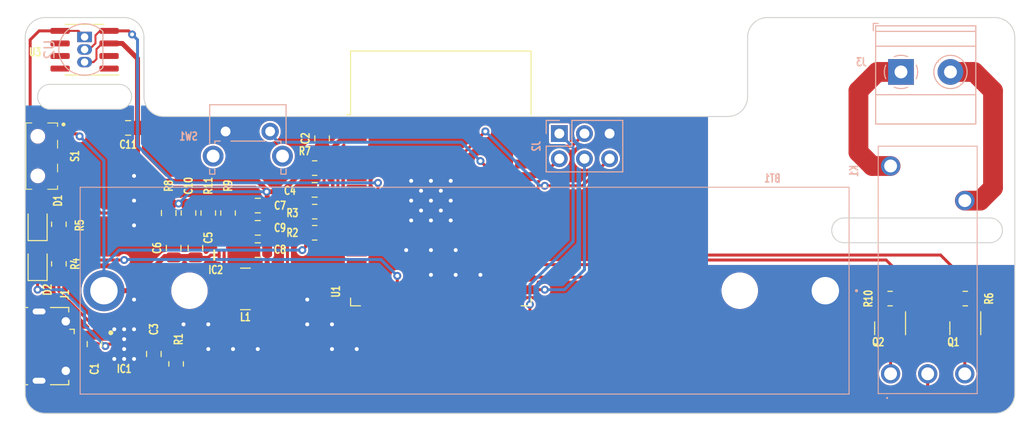
<source format=kicad_pcb>
(kicad_pcb (version 20221018) (generator pcbnew)
  (layers (0 "F.Cu" signal) (31 "B.Cu" signal) (34 "B.Paste" user) (35 "F.Paste" user) (36 "B.SilkS" user "B.Silkscreen") (37 "F.SilkS" user "F.Silkscreen") (38 "B.Mask" user) (39 "F.Mask" user) (44 "Edge.Cuts" user))
  (net 0 "")
  (net 1 "GND")
  (net 2 "+3V3")
  (net 3 "+BATT")
  (net 4 "/esp_en")
  (net 5 "Net-(IC2-FB)")
  (net 6 "Net-(D1-A)")
  (net 7 "/batt_status")
  (net 8 "Net-(IC1-IPRGM)")
  (net 9 "Net-(IC2-SW)")
  (net 10 "/rx")
  (net 11 "/tx")
  (net 12 "/boot")
  (net 16 "Net-(J3-Pin_1)")
  (net 17 "Net-(J3-Pin_2)")
  (net 18 "Net-(K1-COIL-_1)")
  (net 19 "Net-(K1-COIL-_2)")
  (net 20 "Net-(U1-IO13)")
  (net 34 "/tempsens")
  (net 39 "/relay_2")
  (net 40 "/relay_1")
  (net 52 "+5V")
  (net 53 "Net-(D2-K)")
  (net 54 "Net-(D2-A)")
  (net 56 "/pw_en")
  (net 60 "Net-(SW1-A)")
  (footprint "Resistor_SMD:R_0805_2012Metric" (layer "F.Cu") (at 164 107.4)
    (fp_text reference "R6" (at 2.4 0 90) (layer "F.SilkS") (effects (font (size 0.8 0.6))))
    (fp_text value "10k")
    (pad "1" smd roundrect (at -0.9125 0) (size 1.025 1.4) (layers "F.Cu" "F.Paste" "F.Mask") (roundrect_rratio 0.243902439) (net 1 "GND"))
    (pad "2" smd roundrect (at 0.9125 0) (size 1.025 1.4) (layers "F.Cu" "F.Paste" "F.Mask") (roundrect_rratio 0.243902439) (net 39 "/relay_2"))
  )
  (footprint "Capacitor_SMD:C_0805_2012Metric" (layer "F.Cu") (at 82 113 -90)
    (fp_text reference "C3" (at -2.5 0 -90) (layer "F.SilkS") (effects (font (size 0.8 0.6))))
    (fp_text value "10u")
    (pad "1" smd roundrect (at -0.95 0 270) (size 1 1.45) (layers "F.Cu" "F.Paste" "F.Mask") (net 3 "+BATT"))
    (pad "2" smd roundrect (at 0.95 0 270) (size 1 1.45) (layers "F.Cu" "F.Paste" "F.Mask") (net 1 "GND"))
  )
  (footprint "SamacSys_Parts:JS102000SAQN" (layer "F.Cu") (at 72.75 93 -90)
    (fp_text reference "S1" (at 0 -1.27 90) (layer "F.SilkS") (effects (font (size 0.8 0.6))))
    (fp_text value "JS102000SAQN" hide)
    (pad "" np_thru_hole circle (at -2 2.48 270) (size 1 1) (drill 1) (layers "*.Cu" "*.Mask"))
    (pad "" np_thru_hole circle (at 2 2.48 270) (size 1 1) (drill 1) (layers "*.Cu" "*.Mask"))
    (pad "1" smd rect (at -2.25 0.4) (size 0.8 0.8) (layers "F.Cu" "F.Paste" "F.Mask") (net 3 "+BATT"))
    (pad "2" smd rect (at 0 0.4) (size 0.8 0.8) (layers "F.Cu" "F.Paste" "F.Mask") (net 56 "/pw_en"))
    (pad "3" smd rect (at 2.25 0.4) (size 0.8 0.8) (layers "F.Cu" "F.Paste" "F.Mask"))
    (pad "MP1" smd rect (at -3.75 2.3) (size 1 1) (layers "F.Cu" "F.Paste" "F.Mask"))
    (pad "MP2" smd rect (at 3.75 2.3) (size 1 1) (layers "F.Cu" "F.Paste" "F.Mask"))
  )
  (footprint "Package_SO:SOIC-8_3.9x4.9mm_P1.27mm" (layer "F.Cu") (at 75 82.25 180)
    (fp_text reference "U3" (at 5 -0.25) (layer "F.SilkS") (effects (font (size 0.8 0.6))))
    (fp_text value "DS18B20Z")
    (pad "1" smd roundrect (at -2.475 -1.905 180) (size 1.95 0.6) (layers "F.Cu" "F.Paste" "F.Mask"))
    (pad "2" smd roundrect (at -2.475 -0.635 180) (size 1.95 0.6) (layers "F.Cu" "F.Paste" "F.Mask"))
    (pad "3" smd roundrect (at -2.475 0.635 180) (size 1.95 0.6) (layers "F.Cu" "F.Paste" "F.Mask") (net 2 "+3V3"))
    (pad "4" smd roundrect (at -2.475 1.905 180) (size 1.95 0.6) (layers "F.Cu" "F.Paste" "F.Mask") (net 34 "/tempsens"))
    (pad "5" smd roundrect (at 2.475 1.905 180) (size 1.95 0.6) (layers "F.Cu" "F.Paste" "F.Mask") (net 1 "GND"))
    (pad "6" smd roundrect (at 2.475 0.635 180) (size 1.95 0.6) (layers "F.Cu" "F.Paste" "F.Mask"))
    (pad "7" smd roundrect (at 2.475 -0.635 180) (size 1.95 0.6) (layers "F.Cu" "F.Paste" "F.Mask"))
    (pad "8" smd roundrect (at 2.475 -1.905 180) (size 1.95 0.6) (layers "F.Cu" "F.Paste" "F.Mask"))
  )
  (footprint "Resistor_SMD:R_0805_2012Metric" (layer "F.Cu") (at 87.5 98.75 -90)
    (fp_text reference "R9" (at -2.75 -2 -90) (layer "F.SilkS") (effects (font (size 0.8 0.6))))
    (fp_text value "30k")
    (pad "1" smd roundrect (at -0.9125 0 270) (size 1.025 1.4) (layers "F.Cu" "F.Paste" "F.Mask") (roundrect_rratio 0.243902439) (net 1 "GND"))
    (pad "2" smd roundrect (at 0.9125 0 270) (size 1.025 1.4) (layers "F.Cu" "F.Paste" "F.Mask") (roundrect_rratio 0.243902439) (net 5 "Net-(IC2-FB)"))
  )
  (footprint "Inductor_SMD:L_Wuerth_MAPI-4020" (layer "F.Cu") (at 91.25 106.42 180)
    (fp_text reference "L1" (at 0 -2.85) (layer "F.SilkS") (effects (font (size 0.8 0.6))))
    (fp_text value "1.5u")
    (pad "1" smd rect (at -1.185 0 180) (size 0.98 3.7) (layers "F.Cu" "F.Paste" "F.Mask") (net 2 "+3V3"))
    (pad "2" smd rect (at 1.185 0 180) (size 0.98 3.7) (layers "F.Cu" "F.Paste" "F.Mask") (net 9 "Net-(IC2-SW)"))
  )
  (footprint "Resistor_SMD:R_0805_2012Metric" (layer "F.Cu") (at 98.25 94.2125 180)
    (fp_text reference "R7" (at 1 1.7125) (layer "F.SilkS") (effects (font (size 0.8 0.6))))
    (fp_text value "10k")
    (pad "1" smd roundrect (at -0.9125 0 180) (size 1.025 1.4) (layers "F.Cu" "F.Paste" "F.Mask") (roundrect_rratio 0.243902439) (net 4 "/esp_en"))
    (pad "2" smd roundrect (at 0.9125 0 180) (size 1.025 1.4) (layers "F.Cu" "F.Paste" "F.Mask") (roundrect_rratio 0.243902439) (net 2 "+3V3"))
  )
  (footprint "Resistor_SMD:R_0805_2012Metric" (layer "F.Cu") (at 98.25 100.75 180)
    (fp_text reference "R2" (at 2.25 0) (layer "F.SilkS") (effects (font (size 0.8 0.6))))
    (fp_text value "10k")
    (pad "1" smd roundrect (at -0.9125 0 180) (size 1.025 1.4) (layers "F.Cu" "F.Paste" "F.Mask") (roundrect_rratio 0.243902439) (net 7 "/batt_status"))
    (pad "2" smd roundrect (at 0.9125 0 180) (size 1.025 1.4) (layers "F.Cu" "F.Paste" "F.Mask") (roundrect_rratio 0.243902439) (net 3 "+BATT"))
  )
  (footprint "Capacitor_SMD:C_0805_2012Metric" (layer "F.Cu") (at 98.25 96.4125 180)
    (fp_text reference "C4" (at 2.5 -0.0875 180) (layer "F.SilkS") (effects (font (size 0.8 0.6))))
    (fp_text value "100n")
    (pad "1" smd roundrect (at -0.95 0 180) (size 1 1.45) (layers "F.Cu" "F.Paste" "F.Mask") (net 4 "/esp_en"))
    (pad "2" smd roundrect (at 0.95 0 180) (size 1 1.45) (layers "F.Cu" "F.Paste" "F.Mask") (net 1 "GND"))
  )
  (footprint "Resistor_SMD:R_0805_2012Metric" (layer "F.Cu") (at 85.5 98.75 90)
    (fp_text reference "R8" (at 2.75 -2 90) (layer "F.SilkS") (effects (font (size 0.8 0.6))))
    (fp_text value "120k")
    (pad "1" smd roundrect (at -0.9125 0 90) (size 1.025 1.4) (layers "F.Cu" "F.Paste" "F.Mask") (roundrect_rratio 0.243902439) (net 5 "Net-(IC2-FB)"))
    (pad "2" smd roundrect (at 0.9125 0 90) (size 1.025 1.4) (layers "F.Cu" "F.Paste" "F.Mask") (roundrect_rratio 0.243902439) (net 2 "+3V3"))
  )
  (footprint "Capacitor_SMD:C_0805_2012Metric" (layer "F.Cu") (at 86.2 102.2825 90)
    (fp_text reference "C5" (at 1.0325 1.3 90) (layer "F.SilkS") (effects (font (size 0.8 0.6))))
    (fp_text value "47u")
    (pad "1" smd roundrect (at -0.95 0 90) (size 1 1.45) (layers "F.Cu" "F.Paste" "F.Mask") (net 3 "+BATT"))
    (pad "2" smd roundrect (at 0.95 0 90) (size 1 1.45) (layers "F.Cu" "F.Paste" "F.Mask") (net 1 "GND"))
  )
  (footprint "SamacSys_Parts:SOT50P160X60-6N" (layer "F.Cu") (at 89.1 102.25 90)
    (fp_text reference "IC2" (at -2.25 -0.85 180) (layer "F.SilkS") (effects (font (size 0.8 0.6))))
    (fp_text value "TPS564247DRLR" hide)
    (pad "1" smd rect (at -0.75 -0.5 180) (size 0.3 0.95) (layers "F.Cu" "F.Paste" "F.Mask") (net 3 "+BATT"))
    (pad "2" smd rect (at -0.75 0 180) (size 0.3 0.95) (layers "F.Cu" "F.Paste" "F.Mask") (net 9 "Net-(IC2-SW)"))
    (pad "3" smd rect (at -0.75 0.5 180) (size 0.3 0.95) (layers "F.Cu" "F.Paste" "F.Mask") (net 1 "GND"))
    (pad "4" smd rect (at 0.75 0.5 180) (size 0.3 0.95) (layers "F.Cu" "F.Paste" "F.Mask") (net 1 "GND"))
    (pad "5" smd rect (at 0.75 0 180) (size 0.3 0.95) (layers "F.Cu" "F.Paste" "F.Mask") (net 56 "/pw_en"))
    (pad "6" smd rect (at 0.75 -0.5 180) (size 0.3 0.95) (layers "F.Cu" "F.Paste" "F.Mask") (net 5 "Net-(IC2-FB)"))
  )
  (footprint "Package_TO_SOT_SMD:SOT-23" (layer "F.Cu") (at 164 110.4 -90)
    (fp_text reference "Q1" (at 1.4 1.2) (layer "F.SilkS") (effects (font (size 0.8 0.6))))
    (fp_text value "2N7002")
    (pad "1" smd roundrect (at -0.9375 -0.95 270) (size 1.475 0.6) (layers "F.Cu" "F.Paste" "F.Mask") (net 39 "/relay_2"))
    (pad "2" smd roundrect (at -0.9375 0.95 270) (size 1.475 0.6) (layers "F.Cu" "F.Paste" "F.Mask") (net 1 "GND"))
    (pad "3" smd roundrect (at 0.9375 0 270) (size 1.475 0.6) (layers "F.Cu" "F.Paste" "F.Mask") (net 19 "Net-(K1-COIL-_2)"))
  )
  (footprint "Connector_USB:USB_Micro-B_Molex-105017-0001" (layer "F.Cu") (at 71.6375 112.2 -90)
    (fp_text reference "J1" (at -5.2 -1.3625 -270) (layer "F.SilkS") (effects (font (size 0.8 0.6))))
    (fp_text value "USB_B_Micro")
    (pad "1" smd rect (at -1.3 -1.4625 270) (size 0.4 1.35) (layers "F.Cu" "F.Paste" "F.Mask") (net 52 "+5V"))
    (pad "2" smd rect (at -0.65 -1.4625 270) (size 0.4 1.35) (layers "F.Cu" "F.Paste" "F.Mask"))
    (pad "3" smd rect (at 0 -1.4625 270) (size 0.4 1.35) (layers "F.Cu" "F.Paste" "F.Mask"))
    (pad "4" smd rect (at 0.65 -1.4625 270) (size 0.4 1.35) (layers "F.Cu" "F.Paste" "F.Mask"))
    (pad "5" smd rect (at 1.3 -1.4625 270) (size 0.4 1.35) (layers "F.Cu" "F.Paste" "F.Mask") (net 1 "GND"))
    (pad "6" thru_hole oval (at -3.5 1.2375 90) (size 1.2 1.9) (drill oval 0.6 1.3) (layers "*.Cu" "*.Mask") (net 1 "GND"))
    (pad "6" smd rect (at -2.9 1.2375 270) (size 1.2 1.9) (layers "F.Cu" "F.Mask") (net 1 "GND"))
    (pad "6" thru_hole circle (at -2.5 -1.4625 270) (size 1.45 1.45) (drill 0.85) (layers "*.Cu" "*.Mask") (net 1 "GND"))
    (pad "6" smd rect (at -1 1.2375 270) (size 1.5 1.9) (layers "F.Cu" "F.Paste" "F.Mask") (net 1 "GND"))
    (pad "6" smd rect (at 1 1.2375 270) (size 1.5 1.9) (layers "F.Cu" "F.Paste" "F.Mask") (net 1 "GND"))
    (pad "6" thru_hole circle (at 2.5 -1.4625 270) (size 1.45 1.45) (drill 0.85) (layers "*.Cu" "*.Mask") (net 1 "GND"))
    (pad "6" smd rect (at 2.9 1.2375 270) (size 1.2 1.9) (layers "F.Cu" "F.Mask") (net 1 "GND"))
    (pad "6" thru_hole oval (at 3.5 1.2375 270) (size 1.2 1.9) (drill oval 0.6 1.3) (layers "*.Cu" "*.Mask") (net 1 "GND"))
  )
  (footprint "Package_TO_SOT_SMD:SOT-23" (layer "F.Cu") (at 156.4 110.4 -90)
    (fp_text reference "Q2" (at 1.4 1.2) (layer "F.SilkS") (effects (font (size 0.8 0.6))))
    (fp_text value "2N7002")
    (pad "1" smd roundrect (at -0.9375 -0.95 270) (size 1.475 0.6) (layers "F.Cu" "F.Paste" "F.Mask") (net 40 "/relay_1"))
    (pad "2" smd roundrect (at -0.9375 0.95 270) (size 1.475 0.6) (layers "F.Cu" "F.Paste" "F.Mask") (net 1 "GND"))
    (pad "3" smd roundrect (at 0.9375 0 270) (size 1.475 0.6) (layers "F.Cu" "F.Paste" "F.Mask") (net 18 "Net-(K1-COIL-_1)"))
  )
  (footprint "Capacitor_SMD:C_0805_2012Metric" (layer "F.Cu") (at 84 102.2825 90)
    (fp_text reference "C6" (at 0 -1.68 90) (layer "F.SilkS") (effects (font (size 0.8 0.6))))
    (fp_text value "100n")
    (pad "1" smd roundrect (at -0.95 0 90) (size 1 1.45) (layers "F.Cu" "F.Paste" "F.Mask") (net 3 "+BATT"))
    (pad "2" smd roundrect (at 0.95 0 90) (size 1 1.45) (layers "F.Cu" "F.Paste" "F.Mask") (net 1 "GND"))
  )
  (footprint "RF_Module:ESP32-WROOM-32" (layer "F.Cu") (at 111 98.25)
    (fp_text reference "U1" (at -10.61 8.43 90) (layer "F.SilkS") (effects (font (size 0.8 0.6))))
    (fp_text value "ESP32-WROOM-32")
    (pad "1" smd rect (at -8.5 -8.255) (size 2 0.9) (layers "F.Cu" "F.Paste" "F.Mask") (net 1 "GND"))
    (pad "2" smd rect (at -8.5 -6.985) (size 2 0.9) (layers "F.Cu" "F.Paste" "F.Mask") (net 2 "+3V3"))
    (pad "3" smd rect (at -8.5 -5.715) (size 2 0.9) (layers "F.Cu" "F.Paste" "F.Mask") (net 4 "/esp_en"))
    (pad "4" smd rect (at -8.5 -4.445) (size 2 0.9) (layers "F.Cu" "F.Paste" "F.Mask") (net 7 "/batt_status"))
    (pad "5" smd rect (at -8.5 -3.175) (size 2 0.9) (layers "F.Cu" "F.Paste" "F.Mask"))
    (pad "6" smd rect (at -8.5 -1.905) (size 2 0.9) (layers "F.Cu" "F.Paste" "F.Mask"))
    (pad "7" smd rect (at -8.5 -0.635) (size 2 0.9) (layers "F.Cu" "F.Paste" "F.Mask"))
    (pad "8" smd rect (at -8.5 0.635) (size 2 0.9) (layers "F.Cu" "F.Paste" "F.Mask"))
    (pad "9" smd rect (at -8.5 1.905) (size 2 0.9) (layers "F.Cu" "F.Paste" "F.Mask") (net 34 "/tempsens"))
    (pad "10" smd rect (at -8.5 3.175) (size 2 0.9) (layers "F.Cu" "F.Paste" "F.Mask"))
    (pad "11" smd rect (at -8.5 4.445) (size 2 0.9) (layers "F.Cu" "F.Paste" "F.Mask"))
    (pad "12" smd rect (at -8.5 5.715) (size 2 0.9) (layers "F.Cu" "F.Paste" "F.Mask"))
    (pad "13" smd rect (at -8.5 6.985) (size 2 0.9) (layers "F.Cu" "F.Paste" "F.Mask"))
    (pad "14" smd rect (at -8.5 8.255) (size 2 0.9) (layers "F.Cu" "F.Paste" "F.Mask"))
    (pad "15" smd rect (at -5.715 9.255 90) (size 2 0.9) (layers "F.Cu" "F.Paste" "F.Mask") (net 1 "GND"))
    (pad "16" smd rect (at -4.445 9.255 90) (size 2 0.9) (layers "F.Cu" "F.Paste" "F.Mask") (net 20 "Net-(U1-IO13)"))
    (pad "17" smd rect (at -3.175 9.255 90) (size 2 0.9) (layers "F.Cu" "F.Paste" "F.Mask"))
    (pad "18" smd rect (at -1.905 9.255 90) (size 2 0.9) (layers "F.Cu" "F.Paste" "F.Mask"))
    (pad "19" smd rect (at -0.635 9.255 90) (size 2 0.9) (layers "F.Cu" "F.Paste" "F.Mask"))
    (pad "20" smd rect (at 0.635 9.255 90) (size 2 0.9) (layers "F.Cu" "F.Paste" "F.Mask"))
    (pad "21" smd rect (at 1.905 9.255 90) (size 2 0.9) (layers "F.Cu" "F.Paste" "F.Mask"))
    (pad "22" smd rect (at 3.175 9.255 90) (size 2 0.9) (layers "F.Cu" "F.Paste" "F.Mask"))
    (pad "23" smd rect (at 4.445 9.255 90) (size 2 0.9) (layers "F.Cu" "F.Paste" "F.Mask"))
    (pad "24" smd rect (at 5.715 9.255 90) (size 2 0.9) (layers "F.Cu" "F.Paste" "F.Mask"))
    (pad "25" smd rect (at 8.5 8.255) (size 2 0.9) (layers "F.Cu" "F.Paste" "F.Mask") (net 12 "/boot"))
    (pad "26" smd rect (at 8.5 6.985) (size 2 0.9) (layers "F.Cu" "F.Paste" "F.Mask") (net 40 "/relay_1"))
    (pad "27" smd rect (at 8.5 5.715) (size 2 0.9) (layers "F.Cu" "F.Paste" "F.Mask") (net 39 "/relay_2"))
    (pad "28" smd rect (at 8.5 4.445) (size 2 0.9) (layers "F.Cu" "F.Paste" "F.Mask") (net 60 "Net-(SW1-A)"))
    (pad "29" smd rect (at 8.5 3.175) (size 2 0.9) (layers "F.Cu" "F.Paste" "F.Mask"))
    (pad "30" smd rect (at 8.5 1.905) (size 2 0.9) (layers "F.Cu" "F.Paste" "F.Mask"))
    (pad "31" smd rect (at 8.5 0.635) (size 2 0.9) (layers "F.Cu" "F.Paste" "F.Mask"))
    (pad "32" smd rect (at 8.5 -0.635) (size 2 0.9) (layers "F.Cu" "F.Paste" "F.Mask"))
    (pad "33" smd rect (at 8.5 -1.905) (size 2 0.9) (layers "F.Cu" "F.Paste" "F.Mask"))
    (pad "34" smd rect (at 8.5 -3.175) (size 2 0.9) (layers "F.Cu" "F.Paste" "F.Mask") (net 10 "/rx"))
    (pad "35" smd rect (at 8.5 -4.445) (size 2 0.9) (layers "F.Cu" "F.Paste" "F.Mask") (net 11 "/tx"))
    (pad "36" smd rect (at 8.5 -5.715) (size 2 0.9) (layers "F.Cu" "F.Paste" "F.Mask"))
    (pad "37" smd rect (at 8.5 -6.985) (size 2 0.9) (layers "F.Cu" "F.Paste" "F.Mask"))
    (pad "38" smd rect (at 8.5 -8.255) (size 2 0.9) (layers "F.Cu" "F.Paste" "F.Mask") (net 1 "GND"))
    (pad "39" smd rect (at -1 -0.755) (size 5 5) (layers "F.Cu" "F.Paste" "F.Mask") (net 1 "GND"))
  )
  (footprint "Capacitor_SMD:C_0805_2012Metric" (layer "F.Cu") (at 99 91.2125 90)
    (fp_text reference "C2" (at 0 -1.68 90) (layer "F.SilkS") (effects (font (size 0.8 0.6))))
    (fp_text value "10u")
    (pad "1" smd roundrect (at -0.95 0 90) (size 1 1.45) (layers "F.Cu" "F.Paste" "F.Mask") (net 2 "+3V3"))
    (pad "2" smd roundrect (at 0.95 0 90) (size 1 1.45) (layers "F.Cu" "F.Paste" "F.Mask") (net 1 "GND"))
  )
  (footprint "Resistor_SMD:R_0805_2012Metric" (layer "F.Cu") (at 156.4 107.4)
    (fp_text reference "R10" (at -2.2 0 90) (layer "F.SilkS") (effects (font (size 0.8 0.6))))
    (fp_text value "10k")
    (pad "1" smd roundrect (at -0.9125 0) (size 1.025 1.4) (layers "F.Cu" "F.Paste" "F.Mask") (roundrect_rratio 0.243902439) (net 1 "GND"))
    (pad "2" smd roundrect (at 0.9125 0) (size 1.025 1.4) (layers "F.Cu" "F.Paste" "F.Mask") (roundrect_rratio 0.243902439) (net 40 "/relay_1"))
  )
  (footprint "Capacitor_SMD:C_0805_2012Metric" (layer "F.Cu") (at 83.5 98.75 -90)
    (fp_text reference "C10" (at -2.75 -2 -90) (layer "F.SilkS") (effects (font (size 0.8 0.6))))
    (fp_text value "56p")
    (pad "1" smd roundrect (at -0.95 0 270) (size 1 1.45) (layers "F.Cu" "F.Paste" "F.Mask") (net 2 "+3V3"))
    (pad "2" smd roundrect (at 0.95 0 270) (size 1 1.45) (layers "F.Cu" "F.Paste" "F.Mask") (net 5 "Net-(IC2-FB)"))
  )
  (footprint "SamacSys_Parts:SON50P200X200X60-7N-D" (layer "F.Cu") (at 79 112)
    (fp_text reference "IC1" (at 0 2.5 180) (layer "F.SilkS") (effects (font (size 0.8 0.6))))
    (fp_text value "SC810ULTRT" hide)
    (pad "1" smd rect (at -1 -0.5 90) (size 0.3 0.7) (layers "F.Cu" "F.Paste" "F.Mask") (net 52 "+5V"))
    (pad "2" smd rect (at -1 0 90) (size 0.3 0.7) (layers "F.Cu" "F.Paste" "F.Mask") (net 53 "Net-(D2-K)"))
    (pad "3" smd rect (at -1 0.5 90) (size 0.3 0.7) (layers "F.Cu" "F.Paste" "F.Mask") (net 1 "GND"))
    (pad "4" smd rect (at 1 0.5 90) (size 0.3 0.7) (layers "F.Cu" "F.Paste" "F.Mask") (net 8 "Net-(IC1-IPRGM)"))
    (pad "5" smd rect (at 1 0 90) (size 0.3 0.7) (layers "F.Cu" "F.Paste" "F.Mask") (net 3 "+BATT"))
    (pad "6" smd rect (at 1 -0.5 90) (size 0.3 0.7) (layers "F.Cu" "F.Paste" "F.Mask") (net 1 "GND"))
    (pad "7" smd rect (at 0 0) (size 0.9 1.8) (layers "F.Cu" "F.Paste" "F.Mask") (net 1 "GND"))
  )
  (footprint "Capacitor_SMD:C_0805_2012Metric" (layer "F.Cu") (at 76 112 -90)
    (fp_text reference "C1" (at 2.5 0 -90) (layer "F.SilkS") (effects (font (size 0.8 0.6))))
    (fp_text value "10u")
    (pad "1" smd roundrect (at -0.95 0 270) (size 1 1.45) (layers "F.Cu" "F.Paste" "F.Mask") (net 52 "+5V"))
    (pad "2" smd roundrect (at 0.95 0 270) (size 1 1.45) (layers "F.Cu" "F.Paste" "F.Mask") (net 1 "GND"))
  )
  (footprint "Capacitor_SMD:C_0805_2012Metric" (layer "F.Cu") (at 79.4 90.15 180)
    (fp_text reference "C11" (at 0 -1.68) (layer "F.SilkS") (effects (font (size 0.8 0.6))))
    (fp_text value "10u")
    (pad "1" smd roundrect (at -0.95 0 180) (size 1 1.45) (layers "F.Cu" "F.Paste" "F.Mask") (net 2 "+3V3"))
    (pad "2" smd roundrect (at 0.95 0 180) (size 1 1.45) (layers "F.Cu" "F.Paste" "F.Mask") (net 1 "GND"))
  )
  (footprint "LED_SMD:LED_0805_2012Metric" (layer "F.Cu") (at 70.25 103.8875 90)
    (fp_text reference "D2" (at -2.6125 1 90) (layer "F.SilkS") (effects (font (size 0.8 0.6))))
    (fp_text value "LED")
    (pad "1" smd roundrect (at -0.9375 0 90) (size 0.975 1.4) (layers "F.Cu" "F.Paste" "F.Mask") (net 53 "Net-(D2-K)"))
    (pad "2" smd roundrect (at 0.9375 0 90) (size 0.975 1.4) (layers "F.Cu" "F.Paste" "F.Mask") (net 54 "Net-(D2-A)"))
  )
  (footprint "Resistor_SMD:R_0805_2012Metric" (layer "F.Cu") (at 84.25 114 90)
    (fp_text reference "R1" (at 2.5 0.25 90) (layer "F.SilkS") (effects (font (size 0.8 0.6))))
    (fp_text value "10k")
    (pad "1" smd roundrect (at -0.9125 0 90) (size 1.025 1.4) (layers "F.Cu" "F.Paste" "F.Mask") (roundrect_rratio 0.243902439) (net 1 "GND"))
    (pad "2" smd roundrect (at 0.9125 0 90) (size 1.025 1.4) (layers "F.Cu" "F.Paste" "F.Mask") (roundrect_rratio 0.243902439) (net 8 "Net-(IC1-IPRGM)"))
  )
  (footprint "Capacitor_SMD:C_0805_2012Metric" (layer "F.Cu") (at 92.5 102.5 180)
    (fp_text reference "C8" (at -2.25 0.05) (layer "F.SilkS") (effects (font (size 0.8 0.6))))
    (fp_text value "22u")
    (pad "1" smd roundrect (at -0.95 0 180) (size 1 1.45) (layers "F.Cu" "F.Paste" "F.Mask") (net 2 "+3V3"))
    (pad "2" smd roundrect (at 0.95 0 180) (size 1 1.45) (layers "F.Cu" "F.Paste" "F.Mask") (net 1 "GND"))
  )
  (footprint "LED_SMD:LED_0805_2012Metric" (layer "F.Cu") (at 70.25 99.85 90)
    (fp_text reference "D1" (at 2.35 2.05 90) (layer "F.SilkS") (effects (font (size 0.8 0.6))))
    (fp_text value "LED")
    (pad "1" smd roundrect (at -0.9375 0 90) (size 0.975 1.4) (layers "F.Cu" "F.Paste" "F.Mask") (net 1 "GND"))
    (pad "2" smd roundrect (at 0.9375 0 90) (size 0.975 1.4) (layers "F.Cu" "F.Paste" "F.Mask") (net 6 "Net-(D1-A)"))
  )
  (footprint "Capacitor_SMD:C_0805_2012Metric" (layer "F.Cu") (at 92.5 100.25 180)
    (fp_text reference "C9" (at -2.25 0) (layer "F.SilkS") (effects (font (size 0.8 0.6))))
    (fp_text value "22u")
    (pad "1" smd roundrect (at -0.95 0 180) (size 1 1.45) (layers "F.Cu" "F.Paste" "F.Mask") (net 2 "+3V3"))
    (pad "2" smd roundrect (at 0.95 0 180) (size 1 1.45) (layers "F.Cu" "F.Paste" "F.Mask") (net 1 "GND"))
  )
  (footprint "Resistor_SMD:R_0805_2012Metric" (layer "F.Cu") (at 72.4 99.8875 -90)
    (fp_text reference "R5" (at 0.1125 -2.1 90) (layer "F.SilkS") (effects (font (size 0.8 0.6))))
    (fp_text value "1k")
    (pad "1" smd roundrect (at -0.9125 0 270) (size 1.025 1.4) (layers "F.Cu" "F.Paste" "F.Mask") (roundrect_rratio 0.243902439) (net 6 "Net-(D1-A)"))
    (pad "2" smd roundrect (at 0.9125 0 270) (size 1.025 1.4) (layers "F.Cu" "F.Paste" "F.Mask") (roundrect_rratio 0.243902439) (net 20 "Net-(U1-IO13)"))
  )
  (footprint "Resistor_SMD:R_0805_2012Metric" (layer "F.Cu") (at 89.5 98.75 90)
    (fp_text reference "R11" (at 2.75 -2 90) (layer "F.SilkS") (effects (font (size 0.8 0.6))))
    (fp_text value "10k")
    (pad "1" smd roundrect (at -0.9125 0 90) (size 1.025 1.4) (layers "F.Cu" "F.Paste" "F.Mask") (roundrect_rratio 0.243902439) (net 56 "/pw_en"))
    (pad "2" smd roundrect (at 0.9125 0 90) (size 1.025 1.4) (layers "F.Cu" "F.Paste" "F.Mask") (roundrect_rratio 0.243902439) (net 1 "GND"))
  )
  (footprint "Resistor_SMD:R_0805_2012Metric" (layer "F.Cu") (at 72.4 103.8875 -90)
    (fp_text reference "R4" (at 0 -1.65 90) (layer "F.SilkS") (effects (font (size 0.8 0.6))))
    (fp_text value "1k")
    (pad "1" smd roundrect (at -0.9125 0 270) (size 1.025 1.4) (layers "F.Cu" "F.Paste" "F.Mask") (roundrect_rratio 0.243902439) (net 54 "Net-(D2-A)"))
    (pad "2" smd roundrect (at 0.9125 0 270) (size 1.025 1.4) (layers "F.Cu" "F.Paste" "F.Mask") (roundrect_rratio 0.243902439) (net 52 "+5V"))
  )
  (footprint "Capacitor_SMD:C_0805_2012Metric" (layer "F.Cu") (at 92.5 98 180)
    (fp_text reference "C7" (at -2.25 0 180) (layer "F.SilkS") (effects (font (size 0.8 0.6))))
    (fp_text value "100n")
    (pad "1" smd roundrect (at -0.95 0 180) (size 1 1.45) (layers "F.Cu" "F.Paste" "F.Mask") (net 2 "+3V3"))
    (pad "2" smd roundrect (at 0.95 0 180) (size 1 1.45) (layers "F.Cu" "F.Paste" "F.Mask") (net 1 "GND"))
  )
  (footprint "Resistor_SMD:R_0805_2012Metric" (layer "F.Cu") (at 98.25 98.6125)
    (fp_text reference "R3" (at -2.25 0.1375) (layer "F.SilkS") (effects (font (size 0.8 0.6))))
    (fp_text value "10k")
    (pad "1" smd roundrect (at -0.9125 0) (size 1.025 1.4) (layers "F.Cu" "F.Paste" "F.Mask") (roundrect_rratio 0.243902439) (net 1 "GND"))
    (pad "2" smd roundrect (at 0.9125 0) (size 1.025 1.4) (layers "F.Cu" "F.Paste" "F.Mask") (roundrect_rratio 0.243902439) (net 7 "/batt_status"))
  )
  (footprint "SamacSys_Parts:BH18650PC" (layer "B.Cu") (at 149.855 106.6 180)
    (fp_text reference "BT1" (at 5.355 11.35) (layer "B.SilkS") (effects (font (size 0.8 0.6)) (justify mirror)))
    (fp_text value "BH-18650-PC" hide)
    (pad "" np_thru_hole circle locked (at 8.645 0 180) (size 3.2 3.2) (drill 3.2) (layers "*.Cu" "*.Mask"))
    (pad "" np_thru_hole circle locked (at 64.255 0 180) (size 3.2 3.2) (drill 3.2) (layers "*.Cu" "*.Mask"))
    (pad "1" thru_hole circle locked (at 0 0 180) (size 4.155 4.155) (drill 2.77) (layers "*.Cu" "*.Mask") (net 1 "GND"))
    (pad "2" thru_hole circle locked (at 72.9 0 180) (size 4.155 4.155) (drill 2.77) (layers "*.Cu" "*.Mask") (net 3 "+BATT"))
  )
  (footprint "TerminalBlock_Phoenix:TerminalBlock_Phoenix_MKDS-1,5-2_1x02_P5.00mm_Horizontal" (layer "B.Cu") (at 157.5 84.495)
    (fp_text reference "J3" (at -4 -0.995) (layer "B.SilkS") (effects (font (size 0.8 0.6)) (justify mirror)))
    (fp_text value "Conn_01x02")
    (pad "1" thru_hole rect (at 0 0) (size 2.6 2.6) (drill 1.3) (layers "*.Cu" "*.Mask") (net 16 "Net-(J3-Pin_1)"))
    (pad "2" thru_hole circle (at 5 0) (size 2.6 2.6) (drill 1.3) (layers "*.Cu" "*.Mask") (net 17 "Net-(J3-Pin_2)"))
  )
  (footprint "SamacSys_Parts:ADW1203HLW" (layer "B.Cu") (at 160.2 104.5 90)
    (fp_text reference "K1" (at 10 -7.45 90) (layer "B.SilkS") (effects (font (size 0.8 0.6)) (justify mirror)))
    (fp_text value "ADW1203HLW" hide)
    (pad "1" thru_hole circle (at -10.5 -3.75 90) (size 1.95 1.95) (drill 1.3) (layers "*.Cu" "*.Mask") (net 18 "Net-(K1-COIL-_1)"))
    (pad "3" thru_hole circle (at 10.5 -3.75 90) (size 1.95 1.95) (drill 1.3) (layers "*.Cu" "*.Mask") (net 16 "Net-(J3-Pin_1)"))
    (pad "5" thru_hole circle (at 7 3.75 90) (size 1.95 1.95) (drill 1.3) (layers "*.Cu" "*.Mask") (net 17 "Net-(J3-Pin_2)"))
    (pad "6" thru_hole circle (at -10.5 3.75 90) (size 1.95 1.95) (drill 1.3) (layers "*.Cu" "*.Mask") (net 19 "Net-(K1-COIL-_2)"))
    (pad "7" thru_hole circle (at -10.5 0 90) (size 1.95 1.95) (drill 1.3) (layers "*.Cu" "*.Mask") (net 2 "+3V3"))
  )
  (footprint "Button_Switch_THT:SW_Tactile_SPST_Angled_PTS645Vx58-2LFS" (layer "B.Cu") (at 93.75 90.51 180)
    (fp_text reference "SW1" (at 8.25 -0.5) (layer "B.SilkS") (effects (font (size 0.8 0.6)) (justify mirror)))
    (fp_text value "SW_SPST")
    (pad "" thru_hole circle (at -1.25 -2.49 180) (size 2.1 2.1) (drill 1.3) (layers "*.Cu" "*.Mask"))
    (pad "" thru_hole circle (at 5.76 -2.49 180) (size 2.1 2.1) (drill 1.3) (layers "*.Cu" "*.Mask"))
    (pad "1" thru_hole circle (at 0 0 180) (size 1.75 1.75) (drill 0.99) (layers "*.Cu" "*.Mask") (net 60 "Net-(SW1-A)"))
    (pad "2" thru_hole circle (at 4.5 0 180) (size 1.75 1.75) (drill 0.99) (layers "*.Cu" "*.Mask") (net 1 "GND"))
  )
  (footprint "Connector_PinHeader_2.54mm:PinHeader_2x03_P2.54mm_Vertical" (layer "B.Cu") (at 122.975 90.725 -90)
    (fp_text reference "J2" (at 1.27 2.33 90) (layer "B.SilkS") (effects (font (size 0.8 0.6)) (justify mirror)))
    (fp_text value "Conn_02x03_Odd_Even")
    (pad "1" thru_hole rect (at 0 0 270) (size 1.7 1.7) (drill 1) (layers "*.Cu" "*.Mask") (net 2 "+3V3"))
    (pad "2" thru_hole oval (at 2.54 0 270) (size 1.7 1.7) (drill 1) (layers "*.Cu" "*.Mask") (net 10 "/rx"))
    (pad "3" thru_hole oval (at 0 -2.54 270) (size 1.7 1.7) (drill 1) (layers "*.Cu" "*.Mask") (net 11 "/tx"))
    (pad "4" thru_hole oval (at 2.54 -2.54 270) (size 1.7 1.7) (drill 1) (layers "*.Cu" "*.Mask") (net 12 "/boot"))
    (pad "5" thru_hole oval (at 0 -5.08 270) (size 1.7 1.7) (drill 1) (layers "*.Cu" "*.Mask") (net 1 "GND"))
    (pad "6" thru_hole oval (at 2.54 -5.08 270) (size 1.7 1.7) (drill 1) (layers "*.Cu" "*.Mask") (net 4 "/esp_en"))
  )
  (footprint "Package_TO_SOT_THT:TO-92_Inline" (layer "B.Cu") (at 75 80.96 -90)
    (fp_text reference "U2" (at 1.27 3.56 90) (layer "B.SilkS") (effects (justify mirror)))
    (fp_text value "DS18B20")
    (pad "1" thru_hole rect (at 0 0 270) (size 1.05 1.5) (drill 0.75) (layers "*.Cu" "*.Mask") (net 1 "GND"))
    (pad "2" thru_hole oval (at 1.27 0 270) (size 1.05 1.5) (drill 0.75) (layers "*.Cu" "*.Mask") (net 34 "/tempsens"))
    (pad "3" thru_hole oval (at 2.54 0 270) (size 1.05 1.5) (drill 0.75) (layers "*.Cu" "*.Mask") (net 2 "+3V3"))
  )
  (gr_line (start 71 119) (end 166.999998 119) (stroke (width 0.1)) (layer "Edge.Cuts"))
  (gr_line (start 69 117) (end 69 81) (stroke (width 0.1)) (layer "Edge.Cuts"))
  (gr_line (start 166.5 99.25) (end 151.75 99.25) (stroke (width 0.1)) (layer "Edge.Cuts"))
  (gr_line (start 80.996446 81) (end 81.003553 87) (stroke (width 0.1)) (layer "Edge.Cuts"))
  (gr_arc (start 151.75 101.75) (mid 150.5 100.5) (end 151.75 99.25) (stroke (width 0.1)) (layer "Edge.Cuts"))
  (gr_arc (start 71.5 88.25) (mid 70.25 87) (end 71.5 85.75) (stroke (width 0.1)) (layer "Edge.Cuts"))
  (gr_arc (start 142 81) (mid 142.585786 79.585786) (end 144 79) (stroke (width 0.1)) (layer "Edge.Cuts"))
  (gr_line (start 71.5 88.25) (end 78.5 88.25) (stroke (width 0.1)) (layer "Edge.Cuts"))
  (gr_arc (start 168.999998 117) (mid 168.414212 118.414214) (end 166.999998 119) (stroke (width 0.1)) (layer "Edge.Cuts"))
  (gr_arc (start 78.5 85.75) (mid 79.75 87) (end 78.5 88.25) (stroke (width 0.1)) (layer "Edge.Cuts"))
  (gr_line (start 144 79) (end 167 79) (stroke (width 0.1)) (layer "Edge.Cuts"))
  (gr_arc (start 83.003553 89) (mid 81.589339 88.414214) (end 81.003553 87) (stroke (width 0.1)) (layer "Edge.Cuts"))
  (gr_line (start 78.5 85.75) (end 71.5 85.75) (stroke (width 0.1)) (layer "Edge.Cuts"))
  (gr_line (start 169 81) (end 168.999998 117) (stroke (width 0.1)) (layer "Edge.Cuts"))
  (gr_line (start 142 81) (end 142 87) (stroke (width 0.1)) (layer "Edge.Cuts"))
  (gr_line (start 151.75 101.75) (end 166.5 101.75) (stroke (width 0.1)) (layer "Edge.Cuts"))
  (gr_arc (start 142 87) (mid 141.414214 88.414214) (end 140 89) (stroke (width 0.1)) (layer "Edge.Cuts"))
  (gr_arc (start 69 81) (mid 69.585786 79.585786) (end 71 79) (stroke (width 0.1)) (layer "Edge.Cuts"))
  (gr_line (start 71 79) (end 78.996446 79) (stroke (width 0.1)) (layer "Edge.Cuts"))
  (gr_arc (start 78.996446 79) (mid 80.41066 79.585786) (end 80.996446 81) (stroke (width 0.1)) (layer "Edge.Cuts"))
  (gr_arc (start 71 119) (mid 69.585786 118.414214) (end 69 117) (stroke (width 0.1)) (layer "Edge.Cuts"))
  (gr_arc (start 167 79) (mid 168.414214 79.585786) (end 169 81) (stroke (width 0.1)) (layer "Edge.Cuts"))
  (gr_line (start 83.003553 89) (end 140 89) (stroke (width 0.1)) (layer "Edge.Cuts"))
  (gr_arc (start 166.5 99.25) (mid 167.75 100.5) (end 166.5 101.75) (stroke (width 0.1)) (layer "Edge.Cuts"))
  (segment (start 74.385 80.345) (end 72.525 80.345) (width 0.2) (layer "F.Cu") (net 1))
  (segment (start 70.405 80.345) (end 69.5 81.25) (width 0.3) (layer "F.Cu") (net 1))
  (segment (start 69.5 81.25) (end 69.5 88.5) (width 0.3) (layer "F.Cu") (net 1))
  (segment (start 75 80.96) (end 74.385 80.345) (width 0.2) (layer "F.Cu") (net 1))
  (segment (start 72.525 80.345) (end 70.405 80.345) (width 0.3) (layer "F.Cu") (net 1))
  (via (at 100 112.5) (size 0.8) (drill 0.4) (layers "F.Cu" "B.Cu") (net 1))
  (via (at 97.5 107.5) (size 0.8) (drill 0.4) (layers "F.Cu" "B.Cu") (net 1))
  (via (at 80 107.5) (size 0.8) (drill 0.4) (layers "F.Cu" "B.Cu") (net 1))
  (via (at 115 105) (size 0.8) (drill 0.4) (layers "F.Cu" "B.Cu") (net 1))
  (via (at 92.5 112.5) (size 0.8) (drill 0.4) (layers "F.Cu" "B.Cu") (net 1))
  (via (at 108 95.5) (size 0.8) (drill 0.4) (layers "F.Cu" "B.Cu") (net 1))
  (via (at 80 110.5) (size 0.8) (drill 0.4) (layers "F.Cu" "B.Cu") (net 1))
  (via (at 108 97.5) (size 0.8) (drill 0.4) (layers "F.Cu" "B.Cu") (net 1))
  (via (at 111 96.5) (size 0.8) (drill 0.4) (layers "F.Cu" "B.Cu") (net 1))
  (via (at 112 97.5) (size 0.8) (drill 0.4) (layers "F.Cu" "B.Cu") (net 1))
  (via (at 110 95.5) (size 0.8) (drill 0.4) (layers "F.Cu" "B.Cu") (net 1))
  (via (at 79 110.5) (size 0.8) (drill 0.4) (layers "F.Cu" "B.Cu") (net 1))
  (via (at 78 110.5) (size 0.8) (drill 0.4) (layers "F.Cu" "B.Cu") (net 1))
  (via (at 87.5 112.5) (size 0.8) (drill 0.4) (layers "F.Cu" "B.Cu") (net 1))
  (via (at 80 95) (size 0.8) (drill 0.4) (layers "F.Cu" "B.Cu") (net 1))
  (via (at 112.5 102.5) (size 0.8) (drill 0.4) (layers "F.Cu" "B.Cu") (net 1))
  (via (at 110 99.5) (size 0.8) (drill 0.4) (layers "F.Cu" "B.Cu") (net 1))
  (via (at 87.5 110) (size 0.8) (drill 0.4) (layers "F.Cu" "B.Cu") (net 1))
  (via (at 107.5 102.5) (size 0.8) (drill 0.4) (layers "F.Cu" "B.Cu") (net 1))
  (via (at 85 110) (size 0.8) (drill 0.4) (layers "F.Cu" "B.Cu") (net 1))
  (via (at 80 100) (size 0.8) (drill 0.4) (layers "F.Cu" "B.Cu") (net 1))
  (via (at 109 98.5) (size 0.8) (drill 0.4) (layers "F.Cu" "B.Cu") (net 1))
  (via (at 108 99.5) (size 0.8) (drill 0.4) (layers "F.Cu" "B.Cu") (net 1))
  (via (at 80 113.5) (size 0.8) (drill 0.4) (layers "F.Cu" "B.Cu") (net 1))
  (via (at 112.5 105) (size 0.8) (drill 0.4) (layers "F.Cu" "B.Cu") (net 1))
  (via (at 79 111.5) (size 0.8) (drill 0.4) (layers "F.Cu" "B.Cu") (net 1))
  (via (at 78 113.5) (size 0.8) (drill 0.4) (layers "F.Cu" "B.Cu") (net 1))
  (via (at 110 102.5) (size 0.8) (drill 0.4) (layers "F.Cu" "B.Cu") (net 1))
  (via (at 90 112.5) (size 0.8) (drill 0.4) (layers "F.Cu" "B.Cu") (net 1))
  (via (at 97.5 110) (size 0.8) (drill 0.4) (layers "F.Cu" "B.Cu") (net 1))
  (via (at 109 96.5) (size 0.8) (drill 0.4) (layers "F.Cu" "B.Cu") (net 1))
  (via (at 100 110) (size 0.8) (drill 0.4) (layers "F.Cu" "B.Cu") (net 1))
  (via (at 80 97.5) (size 0.8) (drill 0.4) (layers "F.Cu" "B.Cu") (net 1))
  (via (at 79 112.5) (size 0.8) (drill 0.4) (layers "F.Cu" "B.Cu") (net 1))
  (via (at 112 95.5) (size 0.8) (drill 0.4) (layers "F.Cu" "B.Cu") (net 1))
  (via (at 79 113.5) (size 0.8) (drill 0.4) (layers "F.Cu" "B.Cu") (net 1))
  (via (at 102.5 112.5) (size 0.8) (drill 0.4) (layers "F.Cu" "B.Cu") (net 1))
  (via (at 111 98.5) (size 0.8) (drill 0.4) (layers "F.Cu" "B.Cu") (net 1))
  (via (at 110 105) (size 0.8) (drill 0.4) (layers "F.Cu" "B.Cu") (net 1))
  (via (at 110 97.5) (size 0.8) (drill 0.4) (layers "F.Cu" "B.Cu") (net 1))
  (via (at 112 99.5) (size 0.8) (drill 0.4) (layers "F.Cu" "B.Cu") (net 1))
  (segment (start 93.45 106.05) (end 93.45 102.5) (width 0.5) (layer "F.Cu") (net 2))
  (segment (start 76.785 81.615) (end 77.475 81.615) (width 0.2) (layer "F.Cu") (net 2))
  (segment (start 80.35 92.85) (end 80.35 90.15) (width 0.5) (layer "F.Cu") (net 2))
  (segment (start 93.45 102.5) (end 93.45 100.25) (width 0.5) (layer "F.Cu") (net 2))
  (segment (start 121.5 117.5) (end 159.5 117.5) (width 0.3) (layer "F.Cu") (net 2))
  (segment (start 94.6 96.6) (end 95.5 97.5) (width 0.3) (layer "F.Cu") (net 2))
  (segment (start 78.815 81.615) (end 77.475 81.615) (width 0.5) (layer "F.Cu") (net 2))
  (segment (start 120 116.5) (end 119 117.5) (width 0.3) (layer "F.Cu") (net 2))
  (segment (start 100.0875 92.1625) (end 100.985 91.265) (width 0.5) (layer "F.Cu") (net 2))
  (segment (start 102 117.5) (end 119 117.5) (width 0.3) (layer "F.Cu") (net 2))
  (segment (start 80.35 90.15) (end 80.35 83.15) (width 0.5) (layer "F.Cu") (net 2))
  (segment (start 76.2 82.2) (end 76.785 81.615) (width 0.2) (layer "F.Cu") (net 2))
  (segment (start 97.3375 94.2125) (end 97.3375 92.5625) (width 0.5) (layer "F.Cu") (net 2))
  (segment (start 159.5 117.5) (end 160.2 116.8) (width 0.3) (layer "F.Cu") (net 2))
  (segment (start 95.5 111) (end 102 117.5) (width 0.3) (layer "F.Cu") (net 2))
  (segment (start 93.45 98) (end 93.45 96.65) (width 0.5) (layer "F.Cu") (net 2))
  (segment (start 85.4625 97.8) (end 85.5 97.8375) (width 0.5) (layer "F.Cu") (net 2))
  (segment (start 93.4 96.6) (end 94.6 96.6) (width 0.3) (layer "F.Cu") (net 2))
  (segment (start 93.08 106.42) (end 93.45 106.05) (width 0.5) (layer "F.Cu") (net 2))
  (segment (start 120 108) (end 120 116.5) (width 0.3) (layer "F.Cu") (net 2))
  (segment (start 92.5 95.54) (end 83.04 95.54) (width 0.5) (layer "F.Cu") (net 2))
  (segment (start 93.45 100.25) (end 93.45 98) (width 0.5) (layer "F.Cu") (net 2))
  (segment (start 93.4 96.6) (end 93.4 96.44) (width 0.5) (layer "F.Cu") (net 2))
  (segment (start 97.7375 92.1625) (end 99 92.1625) (width 0.5) (layer "F.Cu") (net 2))
  (segment (start 99 92.1625) (end 100.0875 92.1625) (width 0.5) (layer "F.Cu") (net 2))
  (segment (start 97.3375 92.5625) (end 97.7375 92.1625) (width 0.5) (layer "F.Cu") (net 2))
  (segment (start 75 83.5) (end 75.9 83.5) (width 0.2) (layer "F.Cu") (net 2))
  (segment (start 92.435 106.42) (end 93.08 106.42) (width 0.5) (layer "F.Cu") (net 2))
  (segment (start 94.95 96.6) (end 97.3375 94.2125) (width 0.5) (layer "F.Cu") (net 2))
  (segment (start 93.45 96.65) (end 93.4 96.6) (width 0.5) (layer "F.Cu") (net 2))
  (segment (start 83.5 97.8) (end 85.4625 97.8) (width 0.5) (layer "F.Cu") (net 2))
  (segment (start 80.35 83.15) (end 78.815 81.615) (width 0.5) (layer "F.Cu") (net 2))
  (segment (start 83.04 95.54) (end 80.35 92.85) (width 0.5) (layer "F.Cu") (net 2))
  (segment (start 100.985 91.265) (end 102.5 91.265) (width 0.5) (layer "F.Cu") (net 2))
  (segment (start 93.4 96.44) (end 92.5 95.54) (width 0.5) (layer "F.Cu") (net 2))
  (segment (start 160.2 115) (end 160.2 116.8) (width 0.3) (layer "F.Cu") (net 2))
  (segment (start 119 117.5) (end 121.5 117.5) (width 0.3) (layer "F.Cu") (net 2))
  (segment (start 75.9 83.5) (end 76.2 83.2) (width 0.2) (layer "F.Cu") (net 2))
  (segment (start 76.2 83.2) (end 76.2 82.2) (width 0.2) (layer "F.Cu") (net 2))
  (segment (start 95.5 97.5) (end 95.5 111) (width 0.3) (layer "F.Cu") (net 2))
  (segment (start 93.4 96.6) (end 94.95 96.6) (width 0.5) (layer "F.Cu") (net 2))
  (via (at 93.4 96.6) (size 0.8) (drill 0.4) (layers "F.Cu" "B.Cu") (net 2))
  (via (at 120 108) (size 0.8) (drill 0.4) (layers "F.Cu" "B.Cu") (net 2))
  (via (at 84.5 97.8) (size 0.8) (drill 0.4) (layers "F.Cu" "B.Cu") (net 2))
  (segment (start 120 106) (end 120 108) (width 0.3) (layer "B.Cu") (net 2))
  (segment (start 122.975 90.725) (end 124.365 92.115) (width 0.3) (layer "B.Cu") (net 2))
  (segment (start 124.365 92.115) (end 124.365 101.635) (width 0.3) (layer "B.Cu") (net 2))
  (segment (start 84.5 97.8) (end 85.7 96.6) (width 0.3) (layer "B.Cu") (net 2))
  (segment (start 85.7 96.6) (end 93.4 96.6) (width 0.3) (layer "B.Cu") (net 2))
  (segment (start 124.365 101.635) (end 120 106) (width 0.3) (layer "B.Cu") (net 2))
  (segment (start 82 108) (end 80.6 106.6) (width 0.5) (layer "F.Cu") (net 3))
  (segment (start 80 112) (end 81.9625 112) (width 0.3) (layer "F.Cu") (net 3))
  (segment (start 74.25 90.75) (end 72.35 90.75) (width 0.3) (layer "F.Cu") (net 3))
  (segment (start 87.75 103) (end 87.5175 103.2325) (width 0.3) (layer "F.Cu") (net 3))
  (segment (start 97.3375 102.1625) (end 97.3375 100.75) (width 0.3) (layer "F.Cu") (net 3))
  (segment (start 74.5 91) (end 74.25 90.75) (width 0.3) (layer "F.Cu") (net 3))
  (segment (start 84.2 103.145) (end 86.1125 103.145) (width 0.5) (layer "F.Cu") (net 3))
  (segment (start 82 104.25) (end 83.105 103.145) (width 0.5) (layer "F.Cu") (net 3))
  (segment (start 81.9625 112) (end 82 111.9625) (width 0.3) (layer "F.Cu") (net 3))
  (segment (start 88.6 103) (end 87.75 103) (width 0.3) (layer "F.Cu") (net 3))
  (segment (start 97 102.5) (end 97.3375 102.1625) (width 0.3) (layer "F.Cu") (net 3))
  (segment (start 87.5175 103.2325) (end 86.2 103.2325) (width 0.3) (layer "F.Cu") (net 3))
  (segment (start 82 108) (end 82 104.25) (width 0.5) (layer "F.Cu") (net 3))
  (segment (start 83.105 103.145) (end 84.2 103.145) (width 0.5) (layer "F.Cu") (net 3))
  (segment (start 82 111.9625) (end 82 108) (width 0.5) (layer "F.Cu") (net 3))
  (segment (start 86.1125 103.145) (end 86.2 103.2325) (width 0.5) (layer "F.Cu") (net 3))
  (segment (start 80.6 106.6) (end 76.955 106.6) (width 0.5) (layer "F.Cu") (net 3))
  (via (at 74.5 91) (size 0.8) (drill 0.4) (layers "F.Cu" "B.Cu") (net 3))
  (via (at 97 102.5) (size 0.8) (drill 0.4) (layers "F.Cu" "B.Cu") (net 3))
  (segment (start 76.955 104.045) (end 78.5 102.5) (width 0.3) (layer "B.Cu") (net 3))
  (segment (start 76.955 104.045) (end 76.955 93.455) (width 0.3) (layer "B.Cu") (net 3))
  (segment (start 78.5 102.5) (end 97 102.5) (width 0.3) (layer "B.Cu") (net 3))
  (segment (start 76.955 93.455) (end 74.5 91) (width 0.3) (layer "B.Cu") (net 3))
  (segment (start 76.955 106.6) (end 76.955 104.045) (width 0.3) (layer "B.Cu") (net 3))
  (segment (start 99.2 94.25) (end 99.1625 94.2125) (width 0.3) (layer "F.Cu") (net 4))
  (segment (start 125.32 96) (end 121.5 96) (width 0.3) (layer "F.Cu") (net 4))
  (segment (start 102.5 92.535) (end 113.465 92.535) (width 0.3) (layer "F.Cu") (net 4))
  (segment (start 99.2 96.4125) (end 99.2 94.25) (width 0.3) (layer "F.Cu") (net 4))
  (segment (start 99.1625 94.2125) (end 99.6875 94.2125) (width 0.3) (layer "F.Cu") (net 4))
  (segment (start 113.465 92.535) (end 115.5 90.5) (width 0.3) (layer "F.Cu") (net 4))
  (segment (start 99.6875 94.2125) (end 101.365 92.535) (width 0.3) (layer "F.Cu") (net 4))
  (segment (start 128.055 93.265) (end 125.32 96) (width 0.3) (layer "F.Cu") (net 4))
  (segment (start 101.365 92.535) (end 102.5 92.535) (width 0.3) (layer "F.Cu") (net 4))
  (via (at 115.5 90.5) (size 0.8) (drill 0.4) (layers "F.Cu" "B.Cu") (net 4))
  (via (at 121.5 96) (size 0.8) (drill 0.4) (layers "F.Cu" "B.Cu") (net 4))
  (segment (start 121 96) (end 117 92) (width 0.3) (layer "B.Cu") (net 4))
  (segment (start 121.5 96) (end 121 96) (width 0.3) (layer "B.Cu") (net 4))
  (segment (start 117 92) (end 115.5 90.5) (width 0.3) (layer "B.Cu") (net 4))
  (segment (start 87.8 100.6) (end 87.5 100.3) (width 0.3) (layer "F.Cu") (net 5))
  (segment (start 87.5 99.6625) (end 85.5 99.6625) (width 0.3) (layer "F.Cu") (net 5))
  (segment (start 88.6 101) (end 88.2 100.6) (width 0.3) (layer "F.Cu") (net 5))
  (segment (start 88.2 100.6) (end 87.8 100.6) (width 0.3) (layer "F.Cu") (net 5))
  (segment (start 85.5 99.6625) (end 83.5375 99.6625) (width 0.3) (layer "F.Cu") (net 5))
  (segment (start 88.6 101.5) (end 88.6 101) (width 0.3) (layer "F.Cu") (net 5))
  (segment (start 87.5 100.3) (end 87.5 99.6625) (width 0.3) (layer "F.Cu") (net 5))
  (segment (start 83.5375 99.6625) (end 83.5 99.7) (width 0.3) (layer "F.Cu") (net 5))
  (segment (start 72.3375 98.9125) (end 72.4 98.975) (width 0.3) (layer "F.Cu") (net 6))
  (segment (start 70.25 98.9125) (end 72.3375 98.9125) (width 0.3) (layer "F.Cu") (net 6))
  (segment (start 100.1375 98.6125) (end 100.6 98.15) (width 0.3) (layer "F.Cu") (net 7))
  (segment (start 100.6 94.405) (end 101.2 93.805) (width 0.3) (layer "F.Cu") (net 7))
  (segment (start 100.6 98.15) (end 100.6 94.405) (width 0.3) (layer "F.Cu") (net 7))
  (segment (start 99.1625 98.6125) (end 99.1625 100.75) (width 0.3) (layer "F.Cu") (net 7))
  (segment (start 99.1625 98.6125) (end 100.1375 98.6125) (width 0.3) (layer "F.Cu") (net 7))
  (segment (start 101.2 93.805) (end 102.5 93.805) (width 0.3) (layer "F.Cu") (net 7))
  (segment (start 81.0875 113.0875) (end 84.25 113.0875) (width 0.3) (layer "F.Cu") (net 8))
  (segment (start 80 112.5) (end 80.5 112.5) (width 0.3) (layer "F.Cu") (net 8))
  (segment (start 80.5 112.5) (end 81.0875 113.0875) (width 0.3) (layer "F.Cu") (net 8))
  (segment (start 89.1 106.1) (end 89.42 106.42) (width 0.3) (layer "F.Cu") (net 9))
  (segment (start 89.42 106.42) (end 90.065 106.42) (width 0.3) (layer "F.Cu") (net 9))
  (segment (start 89.1 103) (end 89.1 106.1) (width 0.3) (layer "F.Cu") (net 9))
  (segment (start 121.165 95.075) (end 122.975 93.265) (width 0.3) (layer "F.Cu") (net 10))
  (segment (start 119.5 95.075) (end 121.165 95.075) (width 0.3) (layer "F.Cu") (net 10))
  (segment (start 120.695 93.805) (end 122.5 92) (width 0.3) (layer "F.Cu") (net 11))
  (segment (start 122.5 92) (end 124.24 92) (width 0.3) (layer "F.Cu") (net 11))
  (segment (start 119.5 93.805) (end 120.695 93.805) (width 0.3) (layer "F.Cu") (net 11))
  (segment (start 124.24 92) (end 125.515 90.725) (width 0.3) (layer "F.Cu") (net 11))
  (segment (start 119.505 106.5) (end 119.5 106.505) (width 0.3) (layer "F.Cu") (net 12))
  (segment (start 121.5 106.5) (end 119.505 106.5) (width 0.3) (layer "F.Cu") (net 12))
  (via (at 121.5 106.5) (size 0.8) (drill 0.4) (layers "F.Cu" "B.Cu") (net 12))
  (segment (start 125.515 93.265) (end 125.515 104.485) (width 0.3) (layer "B.Cu") (net 12))
  (segment (start 125.515 104.485) (end 123.5 106.5) (width 0.3) (layer "B.Cu") (net 12))
  (segment (start 123.5 106.5) (end 121.5 106.5) (width 0.3) (layer "B.Cu") (net 12))
  (segment (start 155.105 84.495) (end 157.5 84.495) (width 2) (layer "F.Cu") (net 16))
  (segment (start 153.2 86.4) (end 155.105 84.495) (width 2) (layer "F.Cu") (net 16))
  (segment (start 153.2 92.6) (end 153.2 86.4) (width 2) (layer "F.Cu") (net 16))
  (segment (start 156.45 94) (end 154.6 94) (width 2) (layer "F.Cu") (net 16))
  (segment (start 154.6 94) (end 153.2 92.6) (width 2) (layer "F.Cu") (net 16))
  (segment (start 166.8 86.4) (end 164.895 84.495) (width 2) (layer "F.Cu") (net 17))
  (segment (start 164.895 84.495) (end 162.5 84.495) (width 2) (layer "F.Cu") (net 17))
  (segment (start 163.95 97.5) (end 165.5 97.5) (width 2) (layer "F.Cu") (net 17))
  (segment (start 165.5 97.5) (end 166.8 96.2) (width 2) (layer "F.Cu") (net 17))
  (segment (start 166.8 96.2) (end 166.8 86.4) (width 2) (layer "F.Cu") (net 17))
  (segment (start 156.4 111.3375) (end 156.45 111.3875) (width 0.3) (layer "F.Cu") (net 18))
  (segment (start 156.45 111.3875) (end 156.45 115) (width 0.3) (layer "F.Cu") (net 18))
  (segment (start 163.95 111.3875) (end 163.95 115) (width 0.3) (layer "F.Cu") (net 19))
  (segment (start 164 111.3375) (end 163.95 111.3875) (width 0.3) (layer "F.Cu") (net 19))
  (segment (start 76.5 103.5) (end 73.8 100.8) (width 0.3) (layer "F.Cu") (net 20))
  (segment (start 106.6 105.1) (end 106.6 107.46) (width 0.3) (layer "F.Cu") (net 20))
  (segment (start 106.6 107.46) (end 106.555 107.505) (width 0.3) (layer "F.Cu") (net 20))
  (segment (start 79 103.5) (end 76.5 103.5) (width 0.3) (layer "F.Cu") (net 20))
  (segment (start 73.8 100.8) (end 72.4 100.8) (width 0.3) (layer "F.Cu") (net 20))
  (via (at 79 103.5) (size 0.8) (drill 0.4) (layers "F.Cu" "B.Cu") (net 20))
  (via (at 106.6 105.1) (size 0.8) (drill 0.4) (layers "F.Cu" "B.Cu") (net 20))
  (segment (start 79.05 103.45) (end 104.95 103.45) (width 0.3) (layer "B.Cu") (net 20))
  (segment (start 79 103.5) (end 79.05 103.45) (width 0.3) (layer "B.Cu") (net 20))
  (segment (start 104.95 103.45) (end 106.6 105.1) (width 0.3) (layer "B.Cu") (net 20))
  (segment (start 104.65 95.7) (end 104.65 99.75) (width 0.3) (layer "F.Cu") (net 34))
  (segment (start 75 82.23) (end 75.47 82.23) (width 0.2) (layer "F.Cu") (net 34))
  (segment (start 76.1 80.8) (end 76.555 80.345) (width 0.2) (layer "F.Cu") (net 34))
  (segment (start 75.47 82.23) (end 76.1 81.6) (width 0.2) (layer "F.Cu") (net 34))
  (segment (start 76.1 81.6) (end 76.1 80.8) (width 0.2) (layer "F.Cu") (net 34))
  (segment (start 77.475 80.345) (end 79.445 80.345) (width 0.3) (layer "F.Cu") (net 34))
  (segment (start 104.65 99.75) (end 104.245 100.155) (width 0.3) (layer "F.Cu") (net 34))
  (segment (start 104.245 100.155) (end 102.5 100.155) (width 0.3) (layer "F.Cu") (net 34))
  (segment (start 79.445 80.345) (end 79.8 80.7) (width 0.3) (layer "F.Cu") (net 34))
  (segment (start 76.555 80.345) (end 77.475 80.345) (width 0.2) (layer "F.Cu") (net 34))
  (via (at 104.65 95.7) (size 0.8) (drill 0.4) (layers "F.Cu" "B.Cu") (net 34))
  (via (at 79.8 80.7) (size 0.8) (drill 0.4) (layers "F.Cu" "B.Cu") (net 34))
  (segment (start 80.35 81.25) (end 80.35 91.95) (width 0.3) (layer "B.Cu") (net 34))
  (segment (start 80.35 91.95) (end 84.1 95.7) (width 0.3) (layer "B.Cu") (net 34))
  (segment (start 79.8 80.7) (end 80.35 81.25) (width 0.3) (layer "B.Cu") (net 34))
  (segment (start 84.1 95.7) (end 104.65 95.7) (width 0.3) (layer "B.Cu") (net 34))
  (segment (start 119.5 103.965) (end 136.035 103.965) (width 0.3) (layer "F.Cu") (net 39))
  (segment (start 136.035 103.965) (end 137 103) (width 0.3) (layer "F.Cu") (net 39))
  (segment (start 164.9125 106.4125) (end 164.9125 107.4) (width 0.3) (layer "F.Cu") (net 39))
  (segment (start 164.95 107.4375) (end 164.9125 107.4) (width 0.3) (layer "F.Cu") (net 39))
  (segment (start 137 103) (end 161.5 103) (width 0.3) (layer "F.Cu") (net 39))
  (segment (start 161.5 103) (end 164.9125 106.4125) (width 0.3) (layer "F.Cu") (net 39))
  (segment (start 164.95 109.4625) (end 164.95 107.4375) (width 0.3) (layer "F.Cu") (net 39))
  (segment (start 137.5 103.5) (end 156 103.5) (width 0.3) (layer "F.Cu") (net 40))
  (segment (start 135.765 105.235) (end 137.5 103.5) (width 0.3) (layer "F.Cu") (net 40))
  (segment (start 119.5 105.235) (end 135.765 105.235) (width 0.3) (layer "F.Cu") (net 40))
  (segment (start 157.35 107.4375) (end 157.35 109.4625) (width 0.3) (layer "F.Cu") (net 40))
  (segment (start 156 103.5) (end 157.3125 104.8125) (width 0.3) (layer "F.Cu") (net 40))
  (segment (start 157.3125 107.4) (end 157.35 107.4375) (width 0.3) (layer "F.Cu") (net 40))
  (segment (start 157.3125 104.8125) (end 157.3125 107.4) (width 0.3) (layer "F.Cu") (net 40))
  (segment (start 72.4 104.8) (end 72.4 106.65) (width 0.3) (layer "F.Cu") (net 52))
  (segment (start 76.5375 111.5) (end 76 110.9625) (width 0.3) (layer "F.Cu") (net 52))
  (segment (start 78 111.5) (end 76.5375 111.5) (width 0.3) (layer "F.Cu") (net 52))
  (segment (start 72.4 106.65) (end 76 110.25) (width 0.3) (layer "F.Cu") (net 52))
  (segment (start 76 110.25) (end 76 110.9625) (width 0.3) (layer "F.Cu") (net 52))
  (segment (start 73.1 110.9) (end 75.9375 110.9) (width 0.5) (layer "F.Cu") (net 52))
  (segment (start 75.9375 110.9) (end 76 110.9625) (width 0.5) (layer "F.Cu") (net 52))
  (segment (start 78 112) (end 77.297959 112) (width 0.3) (layer "F.Cu") (net 53))
  (segment (start 70.25 106.5) (end 70.25 104.825) (width 0.3) (layer "F.Cu") (net 53))
  (segment (start 77.297959 112) (end 77.098459 112.1995) (width 0.3) (layer "F.Cu") (net 53))
  (via (at 70.25 106.5) (size 0.8) (drill 0.4) (layers "F.Cu" "B.Cu") (net 53))
  (via (at 77.098459 112.1995) (size 0.8) (drill 0.4) (layers "F.Cu" "B.Cu") (net 53))
  (segment (start 75 108.75) (end 75 110.101041) (width 0.3) (layer "B.Cu") (net 53))
  (segment (start 72.75 106.5) (end 75 108.75) (width 0.3) (layer "B.Cu") (net 53))
  (segment (start 70.25 106.5) (end 72.75 106.5) (width 0.3) (layer "B.Cu") (net 53))
  (segment (start 75 110.101041) (end 77.098459 112.1995) (width 0.3) (layer "B.Cu") (net 53))
  (segment (start 72.375 102.95) (end 72.4 102.975) (width 0.3) (layer "F.Cu") (net 54))
  (segment (start 70.25 102.95) (end 72.375 102.95) (width 0.3) (layer "F.Cu") (net 54))
  (segment (start 89.5 99.6625) (end 89.5 99) (width 0.3) (layer "F.Cu") (net 56))
  (segment (start 74.15 96.25) (end 74.15 93.45) (width 0.3) (layer "F.Cu") (net 56))
  (segment (start 89.5 99) (end 89.25 98.75) (width 0.3) (layer "F.Cu") (net 56))
  (segment (start 89.5 100.4) (end 89.5 99.6625) (width 0.3) (layer "F.Cu") (net 56))
  (segment (start 73.7 93) (end 72.35 93) (width 0.3) (layer "F.Cu") (net 56))
  (segment (start 89.25 98.75) (end 76.65 98.75) (width 0.3) (layer "F.Cu") (net 56))
  (segment (start 89.1 101.5) (end 89.1 100.8) (width 0.3) (layer "F.Cu") (net 56))
  (segment (start 76.65 98.75) (end 74.15 96.25) (width 0.3) (layer "F.Cu") (net 56))
  (segment (start 74.15 93.45) (end 73.7 93) (width 0.3) (layer "F.Cu") (net 56))
  (segment (start 89.1 100.8) (end 89.5 100.4) (width 0.3) (layer "F.Cu") (net 56))
  (segment (start 116 101.5) (end 117.195 102.695) (width 0.3) (layer "F.Cu") (net 60))
  (segment (start 117.195 102.695) (end 119.5 102.695) (width 0.3) (layer "F.Cu") (net 60))
  (segment (start 115 93.5) (end 116 94.5) (width 0.3) (layer "F.Cu") (net 60))
  (segment (start 116 94.5) (end 116 101.5) (width 0.3) (layer "F.Cu") (net 60))
  (via (at 115 93.5) (size 0.8) (drill 0.4) (layers "F.Cu" "B.Cu") (net 60))
  (segment (start 113.1 91.6) (end 115 93.5) (width 0.3) (layer "B.Cu") (net 60))
  (segment (start 94.6 91.6) (end 113.1 91.6) (width 0.3) (layer "B.Cu") (net 60))
  (segment (start 93.75 90.75) (end 94.6 91.6) (width 0.3) (layer "B.Cu") (net 60))
  (zone (net 1) (net_name "GND") (layers "F&B.Cu") (connect_pads yes (clearance 0.2)) (min_thickness 0.2) (fill yes (thermal_gap 0.2) (thermal_bridge_width 0.5))
    (polygon (pts (xy 169.95 119.8875) (xy 67.95 119.8875) (xy 67.95 87.8875) (xy 138 87.8875) (xy 138 104) (xy 169.95 104)))
  )
)
</source>
